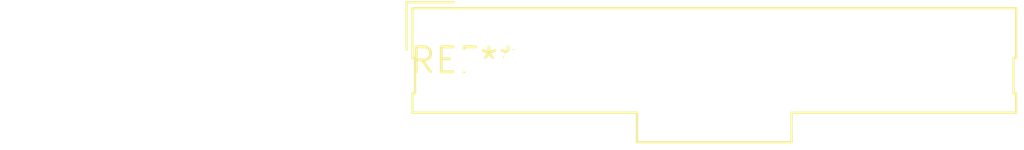
<source format=kicad_pcb>
(kicad_pcb (version 20240108) (generator pcbnew)
  (layers (0 "F.Cu" signal) (31 "B.Cu" signal) (34 "B.Paste" user) (35 "F.Paste" user) (36 "B.SilkS" user "B.Silkscreen") (37 "F.SilkS" user "F.Silkscreen") (38 "B.Mask" user) (39 "F.Mask" user) (44 "Edge.Cuts" user))
  (net 0 "")
  (footprint "Molex_SL_171971-0011_1x11_P2.54mm_Vertical" (layer "F.Cu") (at 0 0)
    (property "Reference" "REF**")
    (property "Value" "Molex_SL_171971-0011_1x11_P2.54mm_Vertical")
    (fp_line (start -2.91 -2.96) (end -0.5 -2.96) (layer "F.SilkS") (stroke (width 0.12)))
    (fp_line (start -2.91 -0.55) (end -2.91 -2.96) (layer "F.SilkS") (stroke (width 0.12)))
    (fp_line (start -2.61 -2.66) (end -2.61 -0.13) (layer "F.SilkS") (stroke (width 0.12)))
    (fp_line (start -2.61 -0.13) (end -2.48 -0.13) (layer "F.SilkS") (stroke (width 0.12)))
    (fp_line (start -2.61 1.68) (end -2.61 2.66) (layer "F.SilkS") (stroke (width 0.12)))
    (fp_line (start -2.61 2.66) (end 8.78 2.66) (layer "F.SilkS") (stroke (width 0.12)))
    (fp_line (start -2.48 -0.13) (end -2.48 1.68) (layer "F.SilkS") (stroke (width 0.12)))
    (fp_line (start -2.48 1.68) (end -2.61 1.68) (layer "F.SilkS") (stroke (width 0.12)))
    (fp_line (start 8.78 2.66) (end 8.78 4.16) (layer "F.SilkS") (stroke (width 0.12)))
    (fp_line (start 8.78 4.16) (end 16.62 4.16) (layer "F.SilkS") (stroke (width 0.12)))
    (fp_line (start 16.62 2.66) (end 28.01 2.66) (layer "F.SilkS") (stroke (width 0.12)))
    (fp_line (start 16.62 4.16) (end 16.62 2.66) (layer "F.SilkS") (stroke (width 0.12)))
    (fp_line (start 27.88 -0.13) (end 28.01 -0.13) (layer "F.SilkS") (stroke (width 0.12)))
    (fp_line (start 27.88 1.68) (end 27.88 -0.13) (layer "F.SilkS") (stroke (width 0.12)))
    (fp_line (start 28.01 -2.66) (end -2.61 -2.66) (layer "F.SilkS") (stroke (width 0.12)))
    (fp_line (start 28.01 -0.13) (end 28.01 -2.66) (layer "F.SilkS") (stroke (width 0.12)))
    (fp_line (start 28.01 1.68) (end 27.88 1.68) (layer "F.SilkS") (stroke (width 0.12)))
    (fp_line (start 28.01 2.66) (end 28.01 1.68) (layer "F.SilkS") (stroke (width 0.12)))
    (pad "1" thru_hole roundrect (at 0 0) (size 1.74 1.74) (drill 1.09) (layers *.Cu *.Mask) (remove_unused_layers) (roundrect_rratio 0.143678))
    (pad "2" thru_hole circle (at 2.54 0) (size 1.74 1.74) (drill 1.09) (layers *.Cu *.Mask) (remove_unused_layers))
    (pad "3" thru_hole circle (at 5.08 0) (size 1.74 1.74) (drill 1.09) (layers *.Cu *.Mask) (remove_unused_layers))
    (pad "4" thru_hole circle (at 7.62 0) (size 1.74 1.74) (drill 1.09) (layers *.Cu *.Mask) (remove_unused_layers))
    (pad "5" thru_hole circle (at 10.16 0) (size 1.74 1.74) (drill 1.09) (layers *.Cu *.Mask) (remove_unused_layers))
    (pad "6" thru_hole circle (at 12.7 0) (size 1.74 1.74) (drill 1.09) (layers *.Cu *.Mask) (remove_unused_layers))
    (pad "7" thru_hole circle (at 15.24 0) (size 1.74 1.74) (drill 1.09) (layers *.Cu *.Mask) (remove_unused_layers))
    (pad "8" thru_hole circle (at 17.78 0) (size 1.74 1.74) (drill 1.09) (layers *.Cu *.Mask) (remove_unused_layers))
    (pad "9" thru_hole circle (at 20.32 0) (size 1.74 1.74) (drill 1.09) (layers *.Cu *.Mask) (remove_unused_layers))
    (pad "10" thru_hole circle (at 22.86 0) (size 1.74 1.74) (drill 1.09) (layers *.Cu *.Mask) (remove_unused_layers))
    (pad "11" thru_hole circle (at 25.4 0) (size 1.74 1.74) (drill 1.09) (layers *.Cu *.Mask) (remove_unused_layers))
  )
)
</source>
